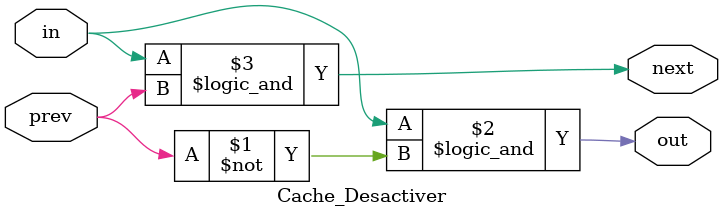
<source format=v>
module Cache_Desactiver
(
input wire prev,
input wire in,

output wire out,
output wire next
);

//Description
assign out = in && ~prev;
assign next = in && prev;

//







endmodule 
</source>
